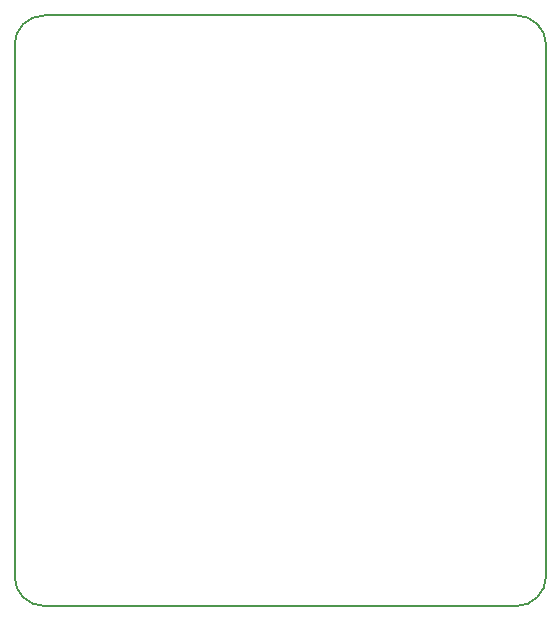
<source format=gm1>
G04 #@! TF.GenerationSoftware,KiCad,Pcbnew,(5.1.10)-1*
G04 #@! TF.CreationDate,2023-08-02T14:32:02+03:00*
G04 #@! TF.ProjectId,trigger_cct,74726967-6765-4725-9f63-63742e6b6963,rev?*
G04 #@! TF.SameCoordinates,Original*
G04 #@! TF.FileFunction,Profile,NP*
%FSLAX46Y46*%
G04 Gerber Fmt 4.6, Leading zero omitted, Abs format (unit mm)*
G04 Created by KiCad (PCBNEW (5.1.10)-1) date 2023-08-02 14:32:02*
%MOMM*%
%LPD*%
G01*
G04 APERTURE LIST*
G04 #@! TA.AperFunction,Profile*
%ADD10C,0.200000*%
G04 #@! TD*
G04 APERTURE END LIST*
D10*
X135082200Y-107402000D02*
G75*
G02*
X132582200Y-104902000I0J2500000D01*
G01*
X132582200Y-59902000D02*
G75*
G02*
X135082200Y-57402000I2500000J0D01*
G01*
X177582200Y-104902000D02*
X177582200Y-59902000D01*
X135082200Y-107402000D02*
X175082200Y-107402000D01*
X175082200Y-57402000D02*
X135082200Y-57402000D01*
X175082200Y-57402000D02*
G75*
G02*
X177582200Y-59902000I0J-2500000D01*
G01*
X132582200Y-59902001D02*
X132582200Y-104902000D01*
X177582200Y-104902000D02*
G75*
G02*
X175082200Y-107402000I-2500000J0D01*
G01*
M02*

</source>
